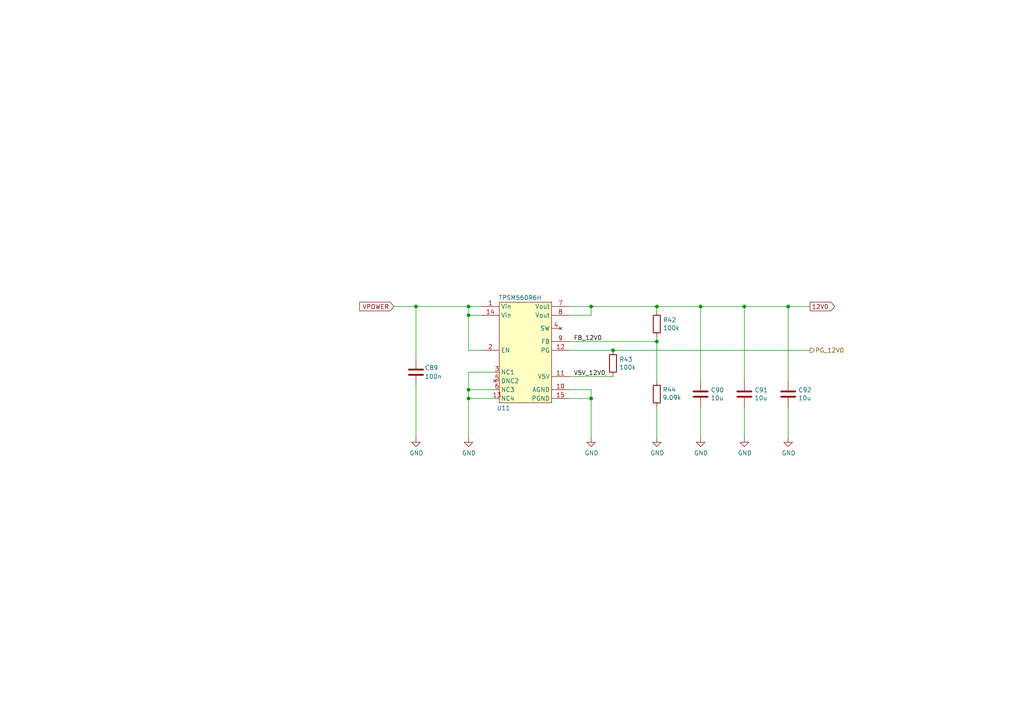
<source format=kicad_sch>
(kicad_sch (version 20231120) (generator "eeschema") (generator_version "8.0")
  (paper "A4")
  (title_block (title "Open MOtor DRiver Initiative  - Single Axis (OMODRI_SA)") (date "2024-03-20") (rev "1.0") (company "LAAS/CNRS"))
  (lib_symbols
    (symbol "Device:C" (pin_numbers hide) (pin_names (offset 0.254))
      (property "Reference" "C" (at 0.635 2.54 0))
      (property "Value" "C" (at 0.635 -2.54 0))
      (symbol "C_0_1"
        (polyline (pts (xy -2.032 -0.762) (xy 2.032 -0.762)) (stroke (width 0.508)))
        (polyline (pts (xy -2.032 0.762) (xy 2.032 0.762)) (stroke (width 0.508)))
      )
      (symbol "C_1_1"
        (pin passive line (at 0 3.81 270) (length 2.794) (name "~") (number "1"))
        (pin passive line (at 0 -3.81 90) (length 2.794) (name "~") (number "2"))
      )
    )
    (symbol "Device:R" (pin_numbers hide) (pin_names (offset 0))
      (property "Reference" "R" (at 2.032 0 90))
      (property "Value" "R" (at 0 0 90))
      (symbol "R_0_1"
        (rectangle (start -1.016 -2.54) (end 1.016 2.54) (stroke (width 0.254)))
      )
      (symbol "R_1_1"
        (pin passive line (at 0 3.81 270) (length 1.27) (name "~") (number "1"))
        (pin passive line (at 0 -3.81 90) (length 1.27) (name "~") (number "2"))
      )
    )
    (symbol "omodri_lib:TPSM560R6H"
      (property "Reference" "U" (at 0 9.652 0))
      (property "Value" "TPSM560R6H" (at 0 7.62 0))
      (symbol "TPSM560R6H_1_1"
        (rectangle (start -7.62 6.35) (end 7.62 -22.86) (stroke (width 0.1524)) (fill (type background)))
        (pin power_in line (at -12.7 5.08 0) (length 5.08) (name "Vin") (number "1"))
        (pin passive line (at 12.7 -19.05 180) (length 5.08) (name "AGND") (number "10"))
        (pin output line (at 12.7 -15.24 180) (length 5.08) (name "V5V") (number "11"))
        (pin open_collector line (at 12.7 -7.62 180) (length 5.08) (name "PG") (number "12"))
        (pin passive line (at -8.89 -21.59 0) (length 1.27) (name "NC4") (number "13"))
        (pin power_in line (at -12.7 2.54 0) (length 5.08) (name "Vin") (number "14"))
        (pin passive line (at 12.7 -21.59 180) (length 5.08) (name "PGND") (number "15"))
        (pin input line (at -12.7 -7.62 0) (length 5.08) (name "EN") (number "2"))
        (pin passive line (at -8.89 -13.97 0) (length 1.27) (name "NC1") (number "3"))
        (pin no_connect line (at 10.16 -1.27 180) (length 2.54) (name "SW") (number "4"))
        (pin no_connect line (at -8.89 -16.51 0) (length 1.27) (name "DNC2") (number "5"))
        (pin passive line (at -8.89 -19.05 0) (length 1.27) (name "NC3") (number "6"))
        (pin passive line (at 12.7 5.08 180) (length 5.08) (name "Vout") (number "7"))
        (pin passive line (at 12.7 2.54 180) (length 5.08) (name "Vout") (number "8"))
        (pin input line (at 12.7 -5.08 180) (length 5.08) (name "FB") (number "9"))
      )
    )
    (symbol "power:GND" (power) (pin_numbers hide) (pin_names (offset 0) hide)
      (property "Value" "GND" (at 0 -3.81 0))
      (symbol "GND_0_1"
        (polyline (pts (xy 0 0) (xy 0 -1.27) (xy 1.27 -1.27) (xy 0 -2.54) (xy -1.27 -1.27) (xy 0 -1.27)))
      )
      (symbol "GND_1_1"
        (pin power_in line (at 0 0 270) (length 0) (name "~") (number "1"))
      )
    )
  )
  (junction (at 171.45 88.9))
  (junction (at 135.89 115.57))
  (junction (at 228.6 88.9))
  (junction (at 135.89 91.44))
  (junction (at 171.45 115.57))
  (junction (at 135.89 88.9))
  (junction (at 215.9 88.9))
  (junction (at 120.65 88.9))
  (junction (at 135.89 113.03))
  (junction (at 177.8 101.6))
  (junction (at 190.5 88.9))
  (junction (at 190.5 99.06))
  (junction (at 203.2 88.9))
  (wire (pts (xy 203.2 118.11) (xy 203.2 127)))
  (wire (pts (xy 171.45 127) (xy 171.45 115.57)))
  (wire (pts (xy 215.9 118.11) (xy 215.9 127)))
  (wire (pts (xy 165.1 109.22) (xy 177.8 109.22)))
  (wire (pts (xy 165.1 91.44) (xy 171.45 91.44)))
  (wire (pts (xy 215.9 88.9) (xy 215.9 110.49)))
  (wire (pts (xy 203.2 88.9) (xy 203.2 110.49)))
  (wire (pts (xy 114.3 88.9) (xy 120.65 88.9)))
  (wire (pts (xy 165.1 101.6) (xy 177.8 101.6)))
  (wire (pts (xy 135.89 88.9) (xy 139.7 88.9)))
  (wire (pts (xy 190.5 88.9) (xy 203.2 88.9)))
  (wire (pts (xy 190.5 97.79) (xy 190.5 99.06)))
  (wire (pts (xy 165.1 99.06) (xy 190.5 99.06)))
  (wire (pts (xy 135.89 91.44) (xy 139.7 91.44)))
  (wire (pts (xy 190.5 99.06) (xy 190.5 110.49)))
  (wire (pts (xy 171.45 91.44) (xy 171.45 88.9)))
  (wire (pts (xy 120.65 111.76) (xy 120.65 127)))
  (wire (pts (xy 177.8 101.6) (xy 234.95 101.6)))
  (wire (pts (xy 228.6 88.9) (xy 228.6 110.49)))
  (wire (pts (xy 165.1 115.57) (xy 171.45 115.57)))
  (wire (pts (xy 120.65 88.9) (xy 135.89 88.9)))
  (wire (pts (xy 165.1 88.9) (xy 171.45 88.9)))
  (wire (pts (xy 135.89 107.95) (xy 143.51 107.95)))
  (wire (pts (xy 190.5 88.9) (xy 190.5 90.17)))
  (wire (pts (xy 165.1 113.03) (xy 171.45 113.03)))
  (wire (pts (xy 135.89 91.44) (xy 135.89 88.9)))
  (wire (pts (xy 215.9 88.9) (xy 228.6 88.9)))
  (wire (pts (xy 228.6 118.11) (xy 228.6 127)))
  (wire (pts (xy 135.89 115.57) (xy 143.51 115.57)))
  (wire (pts (xy 135.89 113.03) (xy 135.89 115.57)))
  (wire (pts (xy 215.9 88.9) (xy 203.2 88.9)))
  (wire (pts (xy 171.45 88.9) (xy 190.5 88.9)))
  (wire (pts (xy 135.89 115.57) (xy 135.89 127)))
  (wire (pts (xy 190.5 118.11) (xy 190.5 127)))
  (wire (pts (xy 135.89 113.03) (xy 143.51 113.03)))
  (wire (pts (xy 135.89 101.6) (xy 135.89 91.44)))
  (wire (pts (xy 120.65 88.9) (xy 120.65 104.14)))
  (wire (pts (xy 171.45 113.03) (xy 171.45 115.57)))
  (wire (pts (xy 228.6 88.9) (xy 234.95 88.9)))
  (wire (pts (xy 139.7 101.6) (xy 135.89 101.6)))
  (wire (pts (xy 135.89 107.95) (xy 135.89 113.03)))
  (label "FB_12V0" (at 166.37 99.06 0))
  (label "V5V_12V0" (at 166.37 109.22 0))
  (global_label "VPOWER" (shape input) (at 114.3 88.9 180) (property "Intersheetrefs" "${INTERSHEET_REFS}" (effects (hide yes))) (property "Références Inter-Feuilles" "${INTERSHEET_REFS}" (effects (hide yes))))
  (global_label "12V0" (shape output) (at 234.95 88.9 0) (property "Intersheetrefs" "${INTERSHEET_REFS}" (effects (hide yes))) (property "Références Inter-Feuilles" "${INTERSHEET_REFS}" (effects (hide yes))))
  (hierarchical_label "PG_12V0" (shape output) (at 234.95 101.6 0))
  (symbol (lib_id "power:GND") (at 228.6 127 0) (unit 1)
    (property "Reference" "#PWR0148" (effects (hide yes)))
    (property "Value" "GND" (at 228.727 131.3942 0))
    (property "Description" "Power symbol creates a global label with name \"GND\" , ground" (effects (hide yes)))
  )
  (symbol (lib_id "Device:C") (at 228.6 114.3 0) (unit 1)
    (property "Reference" "C92" (at 231.521 113.1316 0) (effects (justify left)))
    (property "Value" "10u" (at 231.521 115.443 0) (effects (justify left)))
    (property "Footprint" "Capacitor_SMD:C_0603_1608Metric" (effects (hide yes)))
    (property "Datasheet" "https://www.murata.com/en-eu/products/productdetail?partno=GRM188R61E106MA73%23" (effects (hide yes)))
    (property "Description" "0603, 10uf, 25V,  ±20%, X5R, SMD MLCC" (effects (hide yes)))
    (property "RS" "815-1377" (effects (hide yes)))
    (property "Farnell" "1907503" (effects (hide yes)))
    (property "Mouser" "81-GRM188R61E106MA3D" (effects (hide yes)))
    (property "DigiKey" "490-7202-1-ND" (effects (hide yes)))
    (property "Part No" "GRM188R61E106MA73D" (effects (hide yes)))
    (property "LCSC" "C91606" (effects (hide yes)))
    (property "Manufacturer" "MURATA" (effects (hide yes)))
    (property "Assembling" "SMD" (effects (hide yes)))
  )
  (symbol (lib_id "power:GND") (at 203.2 127 0) (unit 1)
    (property "Reference" "#PWR0146" (effects (hide yes)))
    (property "Value" "GND" (at 203.327 131.3942 0))
    (property "Description" "Power symbol creates a global label with name \"GND\" , ground" (effects (hide yes)))
  )
  (symbol (lib_id "omodri_lib:TPSM560R6H") (at 152.4 93.98 0) (unit 1)
    (property "Reference" "U11" (at 146.05 118.364 0))
    (property "Value" "TPSM560R6H" (at 150.876 86.36 0))
    (property "Footprint" "udriver3:B3QFN_15" (effects (hide yes)))
    (property "Datasheet" "https://www.ti.com/lit/ds/symlink/tpsm560r6h.pdf" (effects (hide yes)))
    (property "Description" "B3QFN-15, 4.2-V to 60-V in, 1-V to 16-V out, 0.6-A step-down Converter With Integrated Inductor (5-mm x 5.5-mm x 4-mm)" (effects (hide yes)))
    (property "DigiKey" "296-TPSM560R6HRDARCT-ND" (effects (hide yes)))
    (property "Mouser" "595-TPSM560R6HRDAR" (effects (hide yes)))
    (property "Part No" "TPSM560R6HRDAR" (effects (hide yes)))
    (property "Manufacturer" "TEXAS INSTRUMENTS" (effects (hide yes)))
    (property "Assembling" "SMD" (effects (hide yes)))
  )
  (symbol (lib_id "power:GND") (at 215.9 127 0) (unit 1)
    (property "Reference" "#PWR0147" (effects (hide yes)))
    (property "Value" "GND" (at 216.027 131.3942 0))
    (property "Description" "Power symbol creates a global label with name \"GND\" , ground" (effects (hide yes)))
  )
  (symbol (lib_id "Device:C") (at 215.9 114.3 0) (unit 1)
    (property "Reference" "C91" (at 218.821 113.1316 0) (effects (justify left)))
    (property "Value" "10u" (at 218.821 115.443 0) (effects (justify left)))
    (property "Footprint" "Capacitor_SMD:C_0603_1608Metric" (effects (hide yes)))
    (property "Datasheet" "https://www.murata.com/en-eu/products/productdetail?partno=GRM188R61E106MA73%23" (effects (hide yes)))
    (property "Description" "0603, 10uf, 25V,  ±20%, X5R, SMD MLCC" (effects (hide yes)))
    (property "RS" "815-1377" (effects (hide yes)))
    (property "Farnell" "1907503" (effects (hide yes)))
    (property "Mouser" "81-GRM188R61E106MA3D" (effects (hide yes)))
    (property "DigiKey" "490-7202-1-ND" (effects (hide yes)))
    (property "Part No" "GRM188R61E106MA73D" (effects (hide yes)))
    (property "LCSC" "C91606" (effects (hide yes)))
    (property "Manufacturer" "MURATA" (effects (hide yes)))
    (property "Assembling" "SMD" (effects (hide yes)))
  )
  (symbol (lib_id "power:GND") (at 190.5 127 0) (unit 1)
    (property "Reference" "#PWR0145" (effects (hide yes)))
    (property "Value" "GND" (at 190.627 131.3942 0))
    (property "Description" "Power symbol creates a global label with name \"GND\" , ground" (effects (hide yes)))
  )
  (symbol (lib_id "Device:R") (at 190.5 114.3 180) (unit 1)
    (property "Reference" "R44" (at 196.088 113.03 0) (effects (justify left)))
    (property "Value" "9.09k" (at 197.612 115.316 0) (effects (justify left)))
    (property "Footprint" "Resistor_SMD:R_0201_0603Metric" (effects (hide yes)))
    (property "Datasheet" "https://industrial.panasonic.com/sa/products/pt/general-purpose-chip-resistors/models/ERJ1GNF9091C" (effects (hide yes)))
    (property "Description" "0201, 9.09kΩ, 0.05W, ±1%, SMD  resistor" (effects (hide yes)))
    (property "DigiKey" "P123195CT-ND" (effects (hide yes)))
    (property "Farnell" "3303126" (effects (hide yes)))
    (property "Mouser" "667-ERJ-1GNF9091C" (effects (hide yes)))
    (property "Part No" "ERJ1GNF9091C" (effects (hide yes)))
    (property "LCSC" "C2085464" (effects (hide yes)))
    (property "Manufacturer" "PANASONIC" (effects (hide yes)))
    (property "Assembling" "SMD" (effects (hide yes)))
  )
  (symbol (lib_id "power:GND") (at 135.89 127 0) (unit 1)
    (property "Reference" "#PWR0143" (effects (hide yes)))
    (property "Value" "GND" (at 136.017 131.3942 0))
    (property "Description" "Power symbol creates a global label with name \"GND\" , ground" (effects (hide yes)))
  )
  (symbol (lib_id "Device:C") (at 203.2 114.3 0) (unit 1)
    (property "Reference" "C90" (at 206.121 113.1316 0) (effects (justify left)))
    (property "Value" "10u" (at 206.121 115.443 0) (effects (justify left)))
    (property "Footprint" "Capacitor_SMD:C_0603_1608Metric" (effects (hide yes)))
    (property "Datasheet" "https://www.murata.com/en-eu/products/productdetail?partno=GRM188R61E106MA73%23" (effects (hide yes)))
    (property "Description" "0603, 10uf, 25V,  ±20%, X5R, SMD MLCC" (effects (hide yes)))
    (property "RS" "815-1377" (effects (hide yes)))
    (property "Farnell" "1907503" (effects (hide yes)))
    (property "Mouser" "81-GRM188R61E106MA3D" (effects (hide yes)))
    (property "DigiKey" "490-7202-1-ND" (effects (hide yes)))
    (property "Part No" "GRM188R61E106MA73D" (effects (hide yes)))
    (property "LCSC" "C91606" (effects (hide yes)))
    (property "Manufacturer" "MURATA" (effects (hide yes)))
    (property "Assembling" "SMD" (effects (hide yes)))
  )
  (symbol (lib_id "Device:R") (at 177.8 105.41 0) (unit 1)
    (property "Reference" "R43" (at 179.578 104.2416 0) (effects (justify left)))
    (property "Value" "100k" (at 179.578 106.553 0) (effects (justify left)))
    (property "Footprint" "Resistor_SMD:R_0201_0603Metric" (effects (hide yes)))
    (property "Datasheet" "https://industrial.panasonic.com/sa/products/pt/general-purpose-chip-resistors/models/ERJ1GNF1003C" (effects (hide yes)))
    (property "Description" "0201, 100kΩ, 0.05W, ±1%, SMD  resistor" (effects (hide yes)))
    (property "DigiKey" "P122655CT-ND" (effects (hide yes)))
    (property "Farnell" "2302389" (effects (hide yes)))
    (property "Mouser" "667-ERJ-1GNF1003C" (effects (hide yes)))
    (property "Part No" "ERJ1GNF1003C" (effects (hide yes)))
    (property "RS" "179-7130" (effects (hide yes)))
    (property "LCSC" " C717003" (effects (hide yes)))
    (property "Manufacturer" "PANASONIC" (effects (hide yes)))
    (property "Assembling" "SMD" (effects (hide yes)))
  )
  (symbol (lib_id "Device:C") (at 120.65 107.95 0) (unit 1)
    (property "Reference" "C89" (at 123.19 106.68 0) (effects (justify left)))
    (property "Value" "100n" (at 123.19 109.22 0) (effects (justify left)))
    (property "Footprint" "Capacitor_SMD:C_0603_1608Metric" (effects (hide yes)))
    (property "Datasheet" "https://www.murata.com/en-eu/products/productdetail?partno=GRM188R72A104KA35%23" (effects (hide yes)))
    (property "Description" "0603, 100nf, 100V,  ±10%, X7R, SMD MLCC" (effects (hide yes)))
    (property "RS" "247-8075" (effects (hide yes)))
    (property "Farnell" "1828921" (effects (hide yes)))
    (property "Mouser" "81-GRM188R72A104KA35" (effects (hide yes)))
    (property "DigiKey" "490-3285-1-ND" (effects (hide yes)))
    (property "Part No" "GRM188R72A104KA35D" (effects (hide yes)))
    (property "LCSC" "C77058" (effects (hide yes)))
    (property "Manufacturer" "MURATA" (effects (hide yes)))
    (property "Assembling" "SMD" (effects (hide yes)))
  )
  (symbol (lib_id "Device:R") (at 190.5 93.98 0) (unit 1)
    (property "Reference" "R42" (at 192.278 92.8116 0) (effects (justify left)))
    (property "Value" "100k" (at 192.278 95.123 0) (effects (justify left)))
    (property "Footprint" "Resistor_SMD:R_0201_0603Metric" (effects (hide yes)))
    (property "Datasheet" "https://industrial.panasonic.com/sa/products/pt/general-purpose-chip-resistors/models/ERJ1GNF1003C" (effects (hide yes)))
    (property "Description" "0201, 100kΩ, 0.05W, ±1%, SMD  resistor" (effects (hide yes)))
    (property "DigiKey" "P122655CT-ND" (effects (hide yes)))
    (property "Farnell" "2302389" (effects (hide yes)))
    (property "Mouser" "667-ERJ-1GNF1003C" (effects (hide yes)))
    (property "Part No" "ERJ1GNF1003C" (effects (hide yes)))
    (property "RS" "179-7130" (effects (hide yes)))
    (property "LCSC" " C717003" (effects (hide yes)))
    (property "Manufacturer" "PANASONIC" (effects (hide yes)))
    (property "Assembling" "SMD" (effects (hide yes)))
  )
  (symbol (lib_id "power:GND") (at 171.45 127 0) (unit 1)
    (property "Reference" "#PWR0144" (effects (hide yes)))
    (property "Value" "GND" (at 171.577 131.3942 0))
    (property "Description" "Power symbol creates a global label with name \"GND\" , ground" (effects (hide yes)))
  )
  (symbol (lib_id "power:GND") (at 120.65 127 0) (unit 1)
    (property "Reference" "#PWR0142" (effects (hide yes)))
    (property "Value" "GND" (at 120.777 131.3942 0))
    (property "Description" "Power symbol creates a global label with name \"GND\" , ground" (effects (hide yes)))
  )
)
</source>
